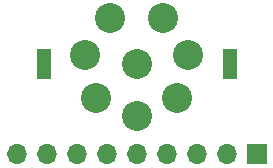
<source format=gbr>
%TF.GenerationSoftware,KiCad,Pcbnew,6.0.9-8da3e8f707~117~ubuntu22.04.1*%
%TF.CreationDate,2022-12-06T13:33:21-08:00*%
%TF.ProjectId,GX16-8P-Horizontal,47583136-2d38-4502-9d48-6f72697a6f6e,rev?*%
%TF.SameCoordinates,Original*%
%TF.FileFunction,Soldermask,Bot*%
%TF.FilePolarity,Negative*%
%FSLAX46Y46*%
G04 Gerber Fmt 4.6, Leading zero omitted, Abs format (unit mm)*
G04 Created by KiCad (PCBNEW 6.0.9-8da3e8f707~117~ubuntu22.04.1) date 2022-12-06 13:33:21*
%MOMM*%
%LPD*%
G01*
G04 APERTURE LIST*
%ADD10R,1.700000X1.700000*%
%ADD11O,1.700000X1.700000*%
%ADD12R,1.270000X2.540000*%
%ADD13C,2.540000*%
G04 APERTURE END LIST*
D10*
%TO.C,J2*%
X137160000Y-71120000D03*
D11*
X134620000Y-71120000D03*
X132080000Y-71120000D03*
X129540000Y-71120000D03*
X127000000Y-71120000D03*
X124460000Y-71120000D03*
X121920000Y-71120000D03*
X119380000Y-71120000D03*
X116840000Y-71120000D03*
%TD*%
D12*
%TO.C,J1*%
X119126000Y-63500000D03*
X134874000Y-63500000D03*
D13*
X127000000Y-63500000D03*
X124777500Y-59651900D03*
X122623580Y-62727840D03*
X123596400Y-66357500D03*
X127000000Y-67945000D03*
X130403600Y-66357500D03*
X131376420Y-62727840D03*
X129222500Y-59651900D03*
%TD*%
M02*

</source>
